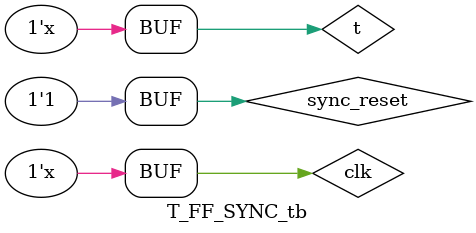
<source format=v>
module T_FF_SYNC (
    input  t,clk,sync_reset,output reg q,qb //https://ranger.uta.edu/~carroll/cse2341/summer99/html%20files/chapter_6/img060.GIF
);
  always @(posedge clk) begin
    if (sync_reset) begin
      q <= 0;qb<=1;
    end
    else begin
        case (t)
            1'b1: begin q<=0;qb<=1; end
            1'b0: begin q<=1;qb<=0; end
            // default: 
        endcase
    end
    // begin
    // 	if (t) begin
    //         q<=0;qb<=1;
    //     end
    // 	else begin
    //   		q<=1;qb<=0;
    //     end
    // end
  end
endmodule //T_FF_SYNC

module T_FF_SYNC_tb (
    
);  reg t,clk,sync_reset;
    wire q,qb;

    initial begin
        {sync_reset,t,clk}=0;
        // for (integer i =0 ;i<=20 ;i=i+1 ) begin
        //     reg [4:0] delay = $random;
        //     #(delay) t <= $random;
        // end
    end
    initial #150 sync_reset=1;
    always #2 t=~t;
    always #5 clk=~clk;

    T_FF_SYNC a1(t,clk,sync_reset,q,qb);
endmodule //T_FF_SYNC



</source>
